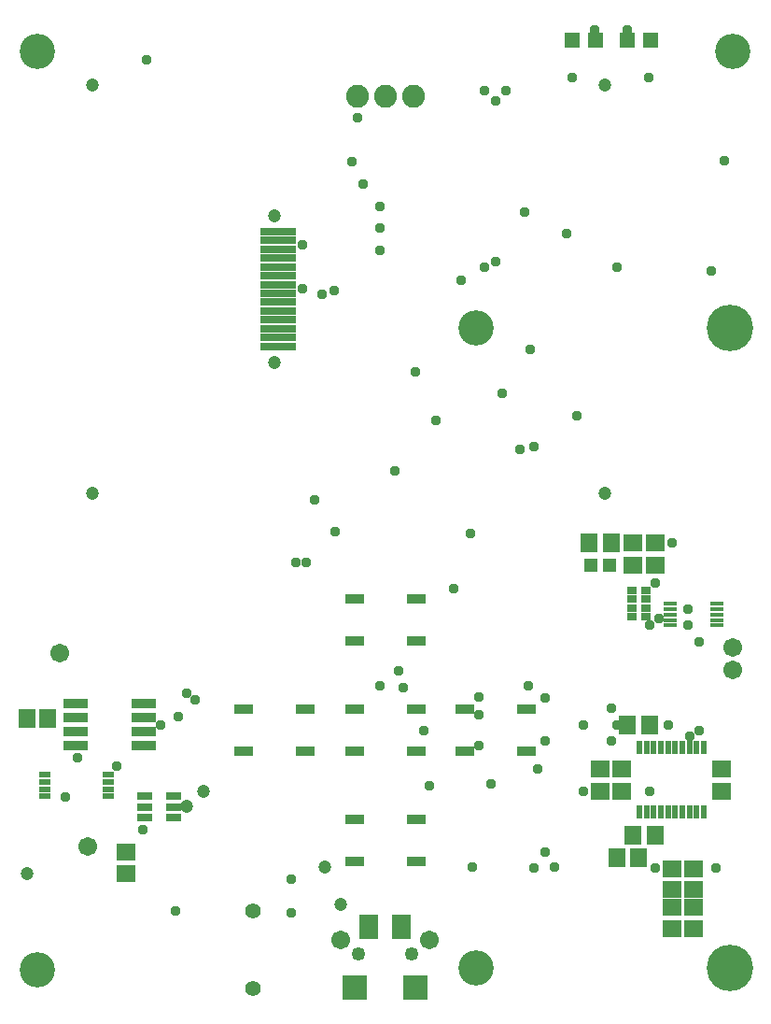
<source format=gts>
G75*
%MOIN*%
%OFA0B0*%
%FSLAX25Y25*%
%IPPOS*%
%LPD*%
%AMOC8*
5,1,8,0,0,1.08239X$1,22.5*
%
%ADD10C,0.12611*%
%ADD11C,0.05524*%
%ADD12R,0.05918X0.07099*%
%ADD13R,0.07099X0.05918*%
%ADD14R,0.05131X0.04737*%
%ADD15R,0.08800X0.03400*%
%ADD16R,0.05524X0.02965*%
%ADD17R,0.04343X0.02178*%
%ADD18R,0.05524X0.05524*%
%ADD19R,0.08674X0.08674*%
%ADD20C,0.04934*%
%ADD21R,0.06706X0.08674*%
%ADD22C,0.04737*%
%ADD23R,0.12611X0.02769*%
%ADD24R,0.06800X0.03800*%
%ADD25R,0.02000X0.04700*%
%ADD26R,0.06706X0.05918*%
%ADD27R,0.03359X0.02769*%
%ADD28R,0.04737X0.01784*%
%ADD29C,0.06706*%
%ADD30C,0.08200*%
%ADD31C,0.03778*%
%ADD32C,0.16611*%
D10*
X0017142Y0022366D03*
X0173638Y0023154D03*
X0173638Y0251500D03*
X0265173Y0349925D03*
X0017142Y0349925D03*
D11*
X0093913Y0043232D03*
X0093913Y0015673D03*
D12*
X0020646Y0112169D03*
X0013165Y0112169D03*
X0213992Y0174728D03*
X0221866Y0174728D03*
X0227772Y0109768D03*
X0235646Y0109768D03*
X0237614Y0070398D03*
X0231709Y0062524D03*
X0229740Y0070398D03*
X0223835Y0062524D03*
D13*
X0225803Y0086146D03*
X0225803Y0094020D03*
X0217929Y0094020D03*
X0217929Y0086146D03*
X0243520Y0044807D03*
X0243520Y0036933D03*
X0251394Y0036933D03*
X0251394Y0044807D03*
X0261236Y0086146D03*
X0261236Y0094020D03*
X0237614Y0166854D03*
X0237614Y0174728D03*
X0229740Y0174728D03*
X0229740Y0166854D03*
X0048638Y0064295D03*
X0048638Y0056815D03*
D14*
X0214583Y0166854D03*
X0221276Y0166854D03*
D15*
X0054832Y0117268D03*
X0054832Y0112268D03*
X0054832Y0107268D03*
X0054832Y0102268D03*
X0030632Y0102268D03*
X0030632Y0107268D03*
X0030632Y0112268D03*
X0030632Y0117268D03*
D16*
X0055252Y0084256D03*
X0055252Y0080516D03*
X0055252Y0076776D03*
X0065488Y0076776D03*
X0065488Y0080516D03*
X0065488Y0084256D03*
D17*
X0042240Y0084276D03*
X0042240Y0086835D03*
X0042240Y0089394D03*
X0042240Y0091953D03*
X0019602Y0091953D03*
X0019602Y0089394D03*
X0019602Y0086835D03*
X0019602Y0084276D03*
D18*
X0207890Y0353862D03*
X0216157Y0353862D03*
X0227575Y0353862D03*
X0235843Y0353862D03*
D19*
X0151886Y0016067D03*
X0130429Y0016067D03*
D20*
X0131610Y0027996D03*
X0150705Y0027996D03*
D21*
X0147024Y0037563D03*
X0135213Y0037563D03*
D22*
X0125409Y0045576D03*
X0119504Y0059187D03*
X0076197Y0086146D03*
X0070291Y0080624D03*
X0013205Y0056618D03*
X0036512Y0192445D03*
X0101748Y0239098D03*
X0101748Y0291461D03*
X0036512Y0338114D03*
X0219583Y0338114D03*
X0219583Y0192445D03*
D23*
X0103126Y0244807D03*
X0103126Y0247957D03*
X0103126Y0251106D03*
X0103126Y0254256D03*
X0103126Y0257406D03*
X0103126Y0260555D03*
X0103126Y0263705D03*
X0103126Y0266854D03*
X0103126Y0270004D03*
X0103126Y0273154D03*
X0103126Y0276303D03*
X0103126Y0279453D03*
X0103126Y0282602D03*
X0103126Y0285752D03*
D24*
X0130157Y0154669D03*
X0130157Y0139669D03*
X0130157Y0115299D03*
X0130157Y0100299D03*
X0112787Y0100299D03*
X0112787Y0115299D03*
X0090787Y0115299D03*
X0090787Y0100299D03*
X0130157Y0075929D03*
X0130157Y0060929D03*
X0152157Y0060929D03*
X0152157Y0075929D03*
X0152157Y0100299D03*
X0152157Y0115299D03*
X0169528Y0115299D03*
X0169528Y0100299D03*
X0191528Y0100299D03*
X0191528Y0115299D03*
X0152157Y0139669D03*
X0152157Y0154669D03*
D25*
X0232004Y0101570D03*
X0234563Y0101570D03*
X0237122Y0101570D03*
X0239681Y0101570D03*
X0242240Y0101570D03*
X0244799Y0101570D03*
X0247358Y0101570D03*
X0249917Y0101570D03*
X0252476Y0101570D03*
X0255035Y0101570D03*
X0255035Y0078595D03*
X0252476Y0078595D03*
X0249917Y0078595D03*
X0247358Y0078595D03*
X0244799Y0078595D03*
X0242240Y0078595D03*
X0239681Y0078595D03*
X0237122Y0078595D03*
X0234563Y0078595D03*
X0232004Y0078595D03*
D26*
X0243520Y0058390D03*
X0243520Y0050909D03*
X0251394Y0050909D03*
X0251394Y0058390D03*
D27*
X0234169Y0148350D03*
X0234169Y0151500D03*
X0234169Y0154650D03*
X0234169Y0157799D03*
X0229248Y0157799D03*
X0229248Y0154650D03*
X0229248Y0151500D03*
X0229248Y0148350D03*
D28*
X0243074Y0149138D03*
X0243074Y0151106D03*
X0243074Y0153075D03*
X0243074Y0147169D03*
X0243074Y0145201D03*
X0259713Y0145201D03*
X0259713Y0147169D03*
X0259713Y0149138D03*
X0259713Y0151106D03*
X0259713Y0153075D03*
D29*
X0265173Y0137327D03*
X0265173Y0129453D03*
X0156906Y0032996D03*
X0125409Y0032996D03*
X0034858Y0066461D03*
X0025016Y0135358D03*
D30*
X0131157Y0334177D03*
X0141157Y0334177D03*
X0151157Y0334177D03*
D31*
X0131315Y0326303D03*
X0129346Y0310555D03*
X0133283Y0302681D03*
X0139189Y0294807D03*
X0139189Y0286933D03*
X0139189Y0279059D03*
X0122949Y0264787D03*
X0118520Y0263311D03*
X0111630Y0265280D03*
X0111630Y0281028D03*
X0151984Y0235752D03*
X0159366Y0218528D03*
X0144602Y0200319D03*
X0123441Y0178665D03*
X0116059Y0189984D03*
X0113106Y0167839D03*
X0109169Y0167839D03*
X0139189Y0123547D03*
X0147588Y0123022D03*
X0146079Y0128961D03*
X0154937Y0107799D03*
X0156906Y0088114D03*
X0174622Y0102386D03*
X0174622Y0113213D03*
X0174622Y0119610D03*
X0192339Y0123547D03*
X0198244Y0119490D03*
X0198266Y0103862D03*
X0195761Y0094020D03*
X0179051Y0088606D03*
X0198244Y0064492D03*
X0201689Y0059079D03*
X0194307Y0058707D03*
X0212024Y0086146D03*
X0221987Y0103862D03*
X0223955Y0109768D03*
X0221987Y0115673D03*
X0212024Y0109768D03*
X0235646Y0086146D03*
X0249917Y0105831D03*
X0253362Y0107799D03*
X0242260Y0109768D03*
X0253362Y0139295D03*
X0249425Y0145201D03*
X0249425Y0151106D03*
X0239114Y0147683D03*
X0235646Y0145201D03*
X0237614Y0160435D03*
X0243520Y0174728D03*
X0209563Y0220004D03*
X0194307Y0209177D03*
X0189386Y0208193D03*
X0182988Y0227878D03*
X0192831Y0243626D03*
X0176591Y0273154D03*
X0180528Y0275002D03*
X0168224Y0268232D03*
X0190862Y0292839D03*
X0206118Y0284965D03*
X0223835Y0273154D03*
X0257791Y0271677D03*
X0262220Y0311047D03*
X0235154Y0340575D03*
X0227772Y0357799D03*
X0215961Y0357799D03*
X0208087Y0340575D03*
X0184465Y0336146D03*
X0180528Y0332209D03*
X0176591Y0336146D03*
X0056020Y0346972D03*
X0171669Y0178173D03*
X0165764Y0158488D03*
X0172161Y0059079D03*
X0107693Y0054650D03*
X0107693Y0042839D03*
X0066354Y0043331D03*
X0054543Y0072366D03*
X0045193Y0095004D03*
X0031413Y0097957D03*
X0026984Y0084177D03*
X0060941Y0109768D03*
X0067339Y0112720D03*
X0073244Y0118626D03*
X0070291Y0121087D03*
X0237614Y0058587D03*
X0259268Y0058587D03*
D32*
X0264189Y0023154D03*
X0264189Y0251500D03*
M02*

</source>
